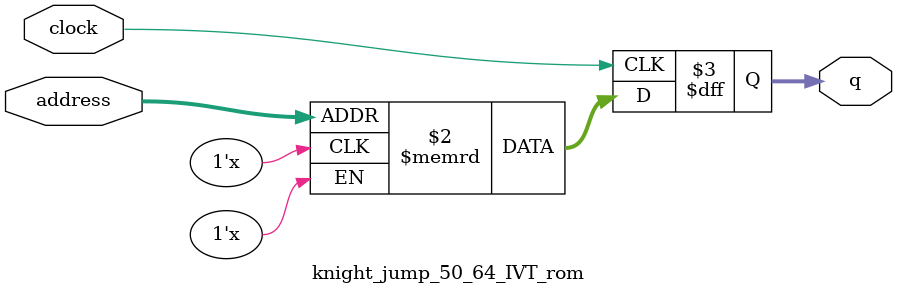
<source format=sv>
module knight_jump_50_64_IVT_rom (
	input logic clock,
	input logic [11:0] address,
	output logic [2:0] q
);

logic [2:0] memory [0:3199] /* synthesis ram_init_file = "./knight_jump_50_64_IVT/knight_jump_50_64_IVT.mif" */;

always_ff @ (posedge clock) begin
	q <= memory[address];
end

endmodule

</source>
